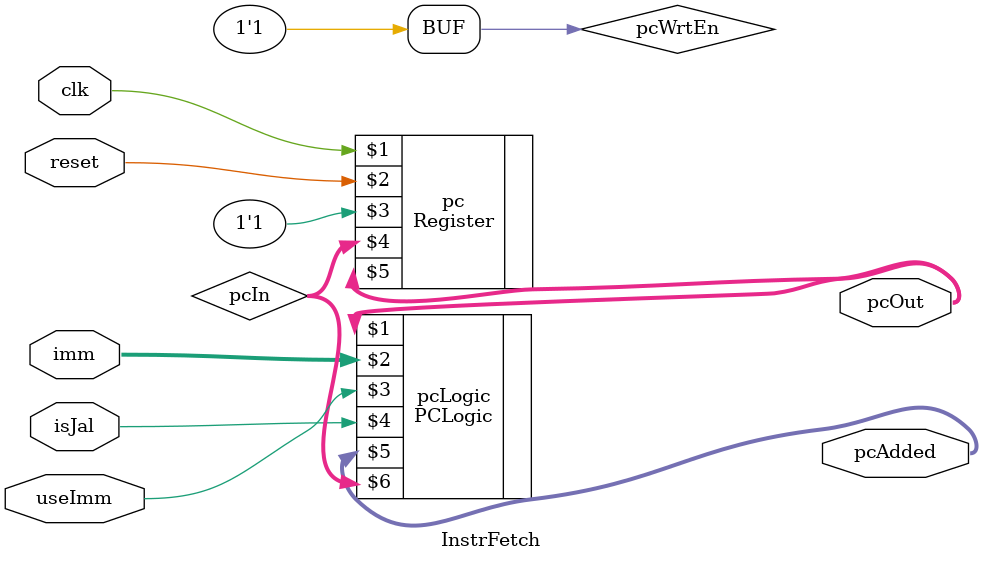
<source format=v>
module InstrFetch(clk, reset, useImm, imm, isJal, pcAdded, pcOut);
    
    parameter DBITS     = 32;
    parameter START_PC  = 32'h40;

    input clk;
    input reset;
    input[DBITS - 1:0] imm;
    input useImm, isJal;

    output[DBITS - 1:0] pcAdded, pcOut;

    wire pcWrtEn = 1'b1;
    wire[DBITS - 1: 0] pcIn;
    
    PCLogic pcLogic (pcOut, imm, useImm, isJal, pcAdded, pcIn);
    
    
    Register #(.BIT_WIDTH(DBITS), .RESET_VALUE(START_PC)) pc (
        clk, reset, pcWrtEn, pcIn, pcOut
    );

    
endmodule

</source>
